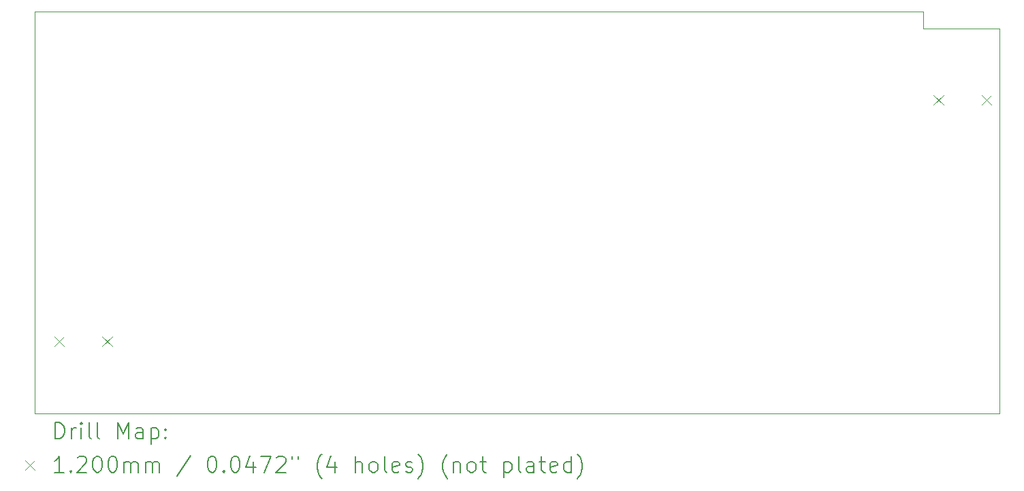
<source format=gbr>
%FSLAX45Y45*%
G04 Gerber Fmt 4.5, Leading zero omitted, Abs format (unit mm)*
G04 Created by KiCad (PCBNEW 6.0.0-2.fc35) date 2022-02-25 18:53:33*
%MOMM*%
%LPD*%
G01*
G04 APERTURE LIST*
%TA.AperFunction,Profile*%
%ADD10C,0.050000*%
%TD*%
%ADD11C,0.200000*%
%ADD12C,0.120000*%
G04 APERTURE END LIST*
D10*
X20055362Y-7614500D02*
X9002362Y-7614500D01*
X21002362Y-7818500D02*
X21002362Y-12614500D01*
X20055362Y-7818500D02*
X20055362Y-7614500D01*
X9002362Y-12614500D02*
X9002362Y-7614500D01*
X9002362Y-12614500D02*
X21002362Y-12614500D01*
X21002362Y-7818500D02*
X20055362Y-7818500D01*
D11*
D12*
X9244362Y-11659500D02*
X9364362Y-11779500D01*
X9364362Y-11659500D02*
X9244362Y-11779500D01*
X9844362Y-11659500D02*
X9964362Y-11779500D01*
X9964362Y-11659500D02*
X9844362Y-11779500D01*
X20181362Y-8653500D02*
X20301362Y-8773500D01*
X20301362Y-8653500D02*
X20181362Y-8773500D01*
X20781362Y-8653500D02*
X20901362Y-8773500D01*
X20901362Y-8653500D02*
X20781362Y-8773500D01*
D11*
X9257481Y-12927476D02*
X9257481Y-12727476D01*
X9305100Y-12727476D01*
X9333672Y-12737000D01*
X9352719Y-12756048D01*
X9362243Y-12775095D01*
X9371767Y-12813190D01*
X9371767Y-12841762D01*
X9362243Y-12879857D01*
X9352719Y-12898905D01*
X9333672Y-12917952D01*
X9305100Y-12927476D01*
X9257481Y-12927476D01*
X9457481Y-12927476D02*
X9457481Y-12794143D01*
X9457481Y-12832238D02*
X9467005Y-12813190D01*
X9476529Y-12803667D01*
X9495577Y-12794143D01*
X9514624Y-12794143D01*
X9581291Y-12927476D02*
X9581291Y-12794143D01*
X9581291Y-12727476D02*
X9571767Y-12737000D01*
X9581291Y-12746524D01*
X9590815Y-12737000D01*
X9581291Y-12727476D01*
X9581291Y-12746524D01*
X9705100Y-12927476D02*
X9686053Y-12917952D01*
X9676529Y-12898905D01*
X9676529Y-12727476D01*
X9809862Y-12927476D02*
X9790815Y-12917952D01*
X9781291Y-12898905D01*
X9781291Y-12727476D01*
X10038434Y-12927476D02*
X10038434Y-12727476D01*
X10105100Y-12870333D01*
X10171767Y-12727476D01*
X10171767Y-12927476D01*
X10352719Y-12927476D02*
X10352719Y-12822714D01*
X10343196Y-12803667D01*
X10324148Y-12794143D01*
X10286053Y-12794143D01*
X10267005Y-12803667D01*
X10352719Y-12917952D02*
X10333672Y-12927476D01*
X10286053Y-12927476D01*
X10267005Y-12917952D01*
X10257481Y-12898905D01*
X10257481Y-12879857D01*
X10267005Y-12860809D01*
X10286053Y-12851286D01*
X10333672Y-12851286D01*
X10352719Y-12841762D01*
X10447958Y-12794143D02*
X10447958Y-12994143D01*
X10447958Y-12803667D02*
X10467005Y-12794143D01*
X10505100Y-12794143D01*
X10524148Y-12803667D01*
X10533672Y-12813190D01*
X10543196Y-12832238D01*
X10543196Y-12889381D01*
X10533672Y-12908428D01*
X10524148Y-12917952D01*
X10505100Y-12927476D01*
X10467005Y-12927476D01*
X10447958Y-12917952D01*
X10628910Y-12908428D02*
X10638434Y-12917952D01*
X10628910Y-12927476D01*
X10619386Y-12917952D01*
X10628910Y-12908428D01*
X10628910Y-12927476D01*
X10628910Y-12803667D02*
X10638434Y-12813190D01*
X10628910Y-12822714D01*
X10619386Y-12813190D01*
X10628910Y-12803667D01*
X10628910Y-12822714D01*
D12*
X8879862Y-13197000D02*
X8999862Y-13317000D01*
X8999862Y-13197000D02*
X8879862Y-13317000D01*
D11*
X9362243Y-13347476D02*
X9247958Y-13347476D01*
X9305100Y-13347476D02*
X9305100Y-13147476D01*
X9286053Y-13176048D01*
X9267005Y-13195095D01*
X9247958Y-13204619D01*
X9447958Y-13328428D02*
X9457481Y-13337952D01*
X9447958Y-13347476D01*
X9438434Y-13337952D01*
X9447958Y-13328428D01*
X9447958Y-13347476D01*
X9533672Y-13166524D02*
X9543196Y-13157000D01*
X9562243Y-13147476D01*
X9609862Y-13147476D01*
X9628910Y-13157000D01*
X9638434Y-13166524D01*
X9647958Y-13185571D01*
X9647958Y-13204619D01*
X9638434Y-13233190D01*
X9524148Y-13347476D01*
X9647958Y-13347476D01*
X9771767Y-13147476D02*
X9790815Y-13147476D01*
X9809862Y-13157000D01*
X9819386Y-13166524D01*
X9828910Y-13185571D01*
X9838434Y-13223667D01*
X9838434Y-13271286D01*
X9828910Y-13309381D01*
X9819386Y-13328428D01*
X9809862Y-13337952D01*
X9790815Y-13347476D01*
X9771767Y-13347476D01*
X9752719Y-13337952D01*
X9743196Y-13328428D01*
X9733672Y-13309381D01*
X9724148Y-13271286D01*
X9724148Y-13223667D01*
X9733672Y-13185571D01*
X9743196Y-13166524D01*
X9752719Y-13157000D01*
X9771767Y-13147476D01*
X9962243Y-13147476D02*
X9981291Y-13147476D01*
X10000338Y-13157000D01*
X10009862Y-13166524D01*
X10019386Y-13185571D01*
X10028910Y-13223667D01*
X10028910Y-13271286D01*
X10019386Y-13309381D01*
X10009862Y-13328428D01*
X10000338Y-13337952D01*
X9981291Y-13347476D01*
X9962243Y-13347476D01*
X9943196Y-13337952D01*
X9933672Y-13328428D01*
X9924148Y-13309381D01*
X9914624Y-13271286D01*
X9914624Y-13223667D01*
X9924148Y-13185571D01*
X9933672Y-13166524D01*
X9943196Y-13157000D01*
X9962243Y-13147476D01*
X10114624Y-13347476D02*
X10114624Y-13214143D01*
X10114624Y-13233190D02*
X10124148Y-13223667D01*
X10143196Y-13214143D01*
X10171767Y-13214143D01*
X10190815Y-13223667D01*
X10200338Y-13242714D01*
X10200338Y-13347476D01*
X10200338Y-13242714D02*
X10209862Y-13223667D01*
X10228910Y-13214143D01*
X10257481Y-13214143D01*
X10276529Y-13223667D01*
X10286053Y-13242714D01*
X10286053Y-13347476D01*
X10381291Y-13347476D02*
X10381291Y-13214143D01*
X10381291Y-13233190D02*
X10390815Y-13223667D01*
X10409862Y-13214143D01*
X10438434Y-13214143D01*
X10457481Y-13223667D01*
X10467005Y-13242714D01*
X10467005Y-13347476D01*
X10467005Y-13242714D02*
X10476529Y-13223667D01*
X10495577Y-13214143D01*
X10524148Y-13214143D01*
X10543196Y-13223667D01*
X10552719Y-13242714D01*
X10552719Y-13347476D01*
X10943196Y-13137952D02*
X10771767Y-13395095D01*
X11200338Y-13147476D02*
X11219386Y-13147476D01*
X11238434Y-13157000D01*
X11247957Y-13166524D01*
X11257481Y-13185571D01*
X11267005Y-13223667D01*
X11267005Y-13271286D01*
X11257481Y-13309381D01*
X11247957Y-13328428D01*
X11238434Y-13337952D01*
X11219386Y-13347476D01*
X11200338Y-13347476D01*
X11181291Y-13337952D01*
X11171767Y-13328428D01*
X11162243Y-13309381D01*
X11152719Y-13271286D01*
X11152719Y-13223667D01*
X11162243Y-13185571D01*
X11171767Y-13166524D01*
X11181291Y-13157000D01*
X11200338Y-13147476D01*
X11352719Y-13328428D02*
X11362243Y-13337952D01*
X11352719Y-13347476D01*
X11343196Y-13337952D01*
X11352719Y-13328428D01*
X11352719Y-13347476D01*
X11486053Y-13147476D02*
X11505100Y-13147476D01*
X11524148Y-13157000D01*
X11533672Y-13166524D01*
X11543196Y-13185571D01*
X11552719Y-13223667D01*
X11552719Y-13271286D01*
X11543196Y-13309381D01*
X11533672Y-13328428D01*
X11524148Y-13337952D01*
X11505100Y-13347476D01*
X11486053Y-13347476D01*
X11467005Y-13337952D01*
X11457481Y-13328428D01*
X11447957Y-13309381D01*
X11438434Y-13271286D01*
X11438434Y-13223667D01*
X11447957Y-13185571D01*
X11457481Y-13166524D01*
X11467005Y-13157000D01*
X11486053Y-13147476D01*
X11724148Y-13214143D02*
X11724148Y-13347476D01*
X11676529Y-13137952D02*
X11628910Y-13280809D01*
X11752719Y-13280809D01*
X11809862Y-13147476D02*
X11943196Y-13147476D01*
X11857481Y-13347476D01*
X12009862Y-13166524D02*
X12019386Y-13157000D01*
X12038434Y-13147476D01*
X12086053Y-13147476D01*
X12105100Y-13157000D01*
X12114624Y-13166524D01*
X12124148Y-13185571D01*
X12124148Y-13204619D01*
X12114624Y-13233190D01*
X12000338Y-13347476D01*
X12124148Y-13347476D01*
X12200338Y-13147476D02*
X12200338Y-13185571D01*
X12276529Y-13147476D02*
X12276529Y-13185571D01*
X12571767Y-13423667D02*
X12562243Y-13414143D01*
X12543196Y-13385571D01*
X12533672Y-13366524D01*
X12524148Y-13337952D01*
X12514624Y-13290333D01*
X12514624Y-13252238D01*
X12524148Y-13204619D01*
X12533672Y-13176048D01*
X12543196Y-13157000D01*
X12562243Y-13128428D01*
X12571767Y-13118905D01*
X12733672Y-13214143D02*
X12733672Y-13347476D01*
X12686053Y-13137952D02*
X12638434Y-13280809D01*
X12762243Y-13280809D01*
X12990815Y-13347476D02*
X12990815Y-13147476D01*
X13076529Y-13347476D02*
X13076529Y-13242714D01*
X13067005Y-13223667D01*
X13047957Y-13214143D01*
X13019386Y-13214143D01*
X13000338Y-13223667D01*
X12990815Y-13233190D01*
X13200338Y-13347476D02*
X13181291Y-13337952D01*
X13171767Y-13328428D01*
X13162243Y-13309381D01*
X13162243Y-13252238D01*
X13171767Y-13233190D01*
X13181291Y-13223667D01*
X13200338Y-13214143D01*
X13228910Y-13214143D01*
X13247957Y-13223667D01*
X13257481Y-13233190D01*
X13267005Y-13252238D01*
X13267005Y-13309381D01*
X13257481Y-13328428D01*
X13247957Y-13337952D01*
X13228910Y-13347476D01*
X13200338Y-13347476D01*
X13381291Y-13347476D02*
X13362243Y-13337952D01*
X13352719Y-13318905D01*
X13352719Y-13147476D01*
X13533672Y-13337952D02*
X13514624Y-13347476D01*
X13476529Y-13347476D01*
X13457481Y-13337952D01*
X13447957Y-13318905D01*
X13447957Y-13242714D01*
X13457481Y-13223667D01*
X13476529Y-13214143D01*
X13514624Y-13214143D01*
X13533672Y-13223667D01*
X13543196Y-13242714D01*
X13543196Y-13261762D01*
X13447957Y-13280809D01*
X13619386Y-13337952D02*
X13638434Y-13347476D01*
X13676529Y-13347476D01*
X13695576Y-13337952D01*
X13705100Y-13318905D01*
X13705100Y-13309381D01*
X13695576Y-13290333D01*
X13676529Y-13280809D01*
X13647957Y-13280809D01*
X13628910Y-13271286D01*
X13619386Y-13252238D01*
X13619386Y-13242714D01*
X13628910Y-13223667D01*
X13647957Y-13214143D01*
X13676529Y-13214143D01*
X13695576Y-13223667D01*
X13771767Y-13423667D02*
X13781291Y-13414143D01*
X13800338Y-13385571D01*
X13809862Y-13366524D01*
X13819386Y-13337952D01*
X13828910Y-13290333D01*
X13828910Y-13252238D01*
X13819386Y-13204619D01*
X13809862Y-13176048D01*
X13800338Y-13157000D01*
X13781291Y-13128428D01*
X13771767Y-13118905D01*
X14133672Y-13423667D02*
X14124148Y-13414143D01*
X14105100Y-13385571D01*
X14095576Y-13366524D01*
X14086053Y-13337952D01*
X14076529Y-13290333D01*
X14076529Y-13252238D01*
X14086053Y-13204619D01*
X14095576Y-13176048D01*
X14105100Y-13157000D01*
X14124148Y-13128428D01*
X14133672Y-13118905D01*
X14209862Y-13214143D02*
X14209862Y-13347476D01*
X14209862Y-13233190D02*
X14219386Y-13223667D01*
X14238434Y-13214143D01*
X14267005Y-13214143D01*
X14286053Y-13223667D01*
X14295576Y-13242714D01*
X14295576Y-13347476D01*
X14419386Y-13347476D02*
X14400338Y-13337952D01*
X14390815Y-13328428D01*
X14381291Y-13309381D01*
X14381291Y-13252238D01*
X14390815Y-13233190D01*
X14400338Y-13223667D01*
X14419386Y-13214143D01*
X14447957Y-13214143D01*
X14467005Y-13223667D01*
X14476529Y-13233190D01*
X14486053Y-13252238D01*
X14486053Y-13309381D01*
X14476529Y-13328428D01*
X14467005Y-13337952D01*
X14447957Y-13347476D01*
X14419386Y-13347476D01*
X14543196Y-13214143D02*
X14619386Y-13214143D01*
X14571767Y-13147476D02*
X14571767Y-13318905D01*
X14581291Y-13337952D01*
X14600338Y-13347476D01*
X14619386Y-13347476D01*
X14838434Y-13214143D02*
X14838434Y-13414143D01*
X14838434Y-13223667D02*
X14857481Y-13214143D01*
X14895576Y-13214143D01*
X14914624Y-13223667D01*
X14924148Y-13233190D01*
X14933672Y-13252238D01*
X14933672Y-13309381D01*
X14924148Y-13328428D01*
X14914624Y-13337952D01*
X14895576Y-13347476D01*
X14857481Y-13347476D01*
X14838434Y-13337952D01*
X15047957Y-13347476D02*
X15028910Y-13337952D01*
X15019386Y-13318905D01*
X15019386Y-13147476D01*
X15209862Y-13347476D02*
X15209862Y-13242714D01*
X15200338Y-13223667D01*
X15181291Y-13214143D01*
X15143196Y-13214143D01*
X15124148Y-13223667D01*
X15209862Y-13337952D02*
X15190815Y-13347476D01*
X15143196Y-13347476D01*
X15124148Y-13337952D01*
X15114624Y-13318905D01*
X15114624Y-13299857D01*
X15124148Y-13280809D01*
X15143196Y-13271286D01*
X15190815Y-13271286D01*
X15209862Y-13261762D01*
X15276529Y-13214143D02*
X15352719Y-13214143D01*
X15305100Y-13147476D02*
X15305100Y-13318905D01*
X15314624Y-13337952D01*
X15333672Y-13347476D01*
X15352719Y-13347476D01*
X15495576Y-13337952D02*
X15476529Y-13347476D01*
X15438434Y-13347476D01*
X15419386Y-13337952D01*
X15409862Y-13318905D01*
X15409862Y-13242714D01*
X15419386Y-13223667D01*
X15438434Y-13214143D01*
X15476529Y-13214143D01*
X15495576Y-13223667D01*
X15505100Y-13242714D01*
X15505100Y-13261762D01*
X15409862Y-13280809D01*
X15676529Y-13347476D02*
X15676529Y-13147476D01*
X15676529Y-13337952D02*
X15657481Y-13347476D01*
X15619386Y-13347476D01*
X15600338Y-13337952D01*
X15590815Y-13328428D01*
X15581291Y-13309381D01*
X15581291Y-13252238D01*
X15590815Y-13233190D01*
X15600338Y-13223667D01*
X15619386Y-13214143D01*
X15657481Y-13214143D01*
X15676529Y-13223667D01*
X15752719Y-13423667D02*
X15762243Y-13414143D01*
X15781291Y-13385571D01*
X15790815Y-13366524D01*
X15800338Y-13337952D01*
X15809862Y-13290333D01*
X15809862Y-13252238D01*
X15800338Y-13204619D01*
X15790815Y-13176048D01*
X15781291Y-13157000D01*
X15762243Y-13128428D01*
X15752719Y-13118905D01*
M02*

</source>
